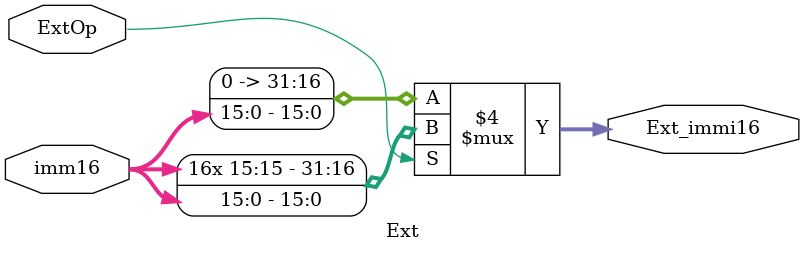
<source format=v>
module Ext(imm16,ExtOp,Ext_immi16);
	input     [15:0] imm16;
	input            ExtOp;
	output reg[31:0] Ext_immi16;
	
	always @(imm16 or ExtOp)
	begin
		if(ExtOp == 1)				
			Ext_immi16 <= {{16{imm16[15]}},imm16[15:0]};//SignExt
		else						
			Ext_immi16 <= {{16'b0},imm16[15:0]};		 //ZeroExt
	end
endmodule
	

</source>
